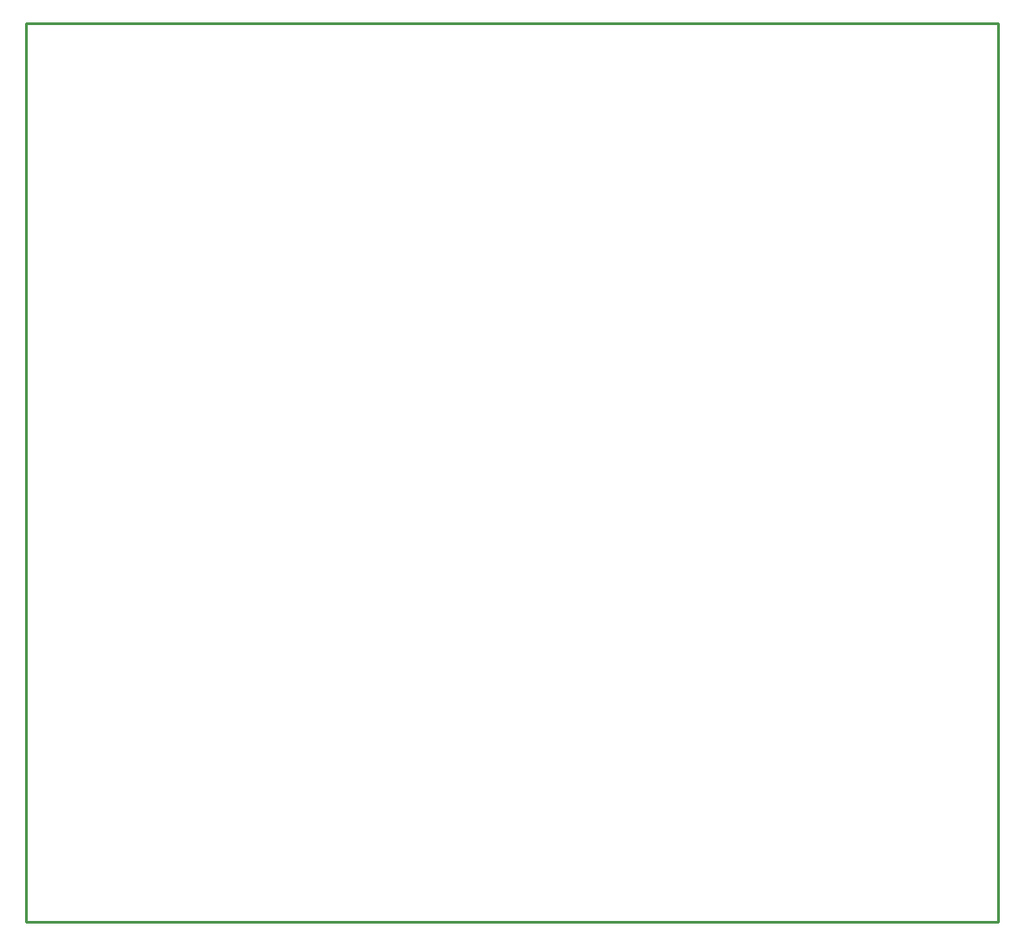
<source format=gm1>
%FSLAX25Y25*%
%MOIN*%
G70*
G01*
G75*
G04 Layer_Color=16711935*
%ADD10R,0.03543X0.02756*%
%ADD11R,0.02756X0.03543*%
%ADD12R,0.03150X0.03543*%
%ADD13R,0.01181X0.02559*%
%ADD14R,0.13780X0.08465*%
%ADD15R,0.05315X0.11024*%
%ADD16R,0.05906X0.13386*%
%ADD17R,0.03937X0.21654*%
%ADD18R,0.03347X0.01378*%
%ADD19R,0.02559X0.01181*%
%ADD20R,0.03543X0.03150*%
%ADD21C,0.03937*%
%ADD22R,0.13386X0.05906*%
%ADD23R,0.17716X0.03937*%
%ADD24R,0.12402X0.12402*%
%ADD25O,0.04134X0.00787*%
%ADD26O,0.00787X0.04134*%
%ADD27O,0.02362X0.08661*%
%ADD28R,0.21654X0.03937*%
%ADD29R,0.02756X0.13583*%
%ADD30R,0.25590X0.05709*%
%ADD31R,0.02362X0.04331*%
%ADD32R,0.01378X0.03543*%
%ADD33R,0.21850X0.21260*%
%ADD34R,0.03937X0.12008*%
%ADD35R,0.02362X0.03543*%
%ADD36R,0.03543X0.02362*%
%ADD37R,0.05118X0.07087*%
%ADD38R,0.07087X0.05118*%
%ADD39O,0.08661X0.02362*%
%ADD40R,0.04528X0.06890*%
%ADD41R,0.09055X0.12205*%
%ADD42R,0.00980X0.04331*%
%ADD43R,0.05000X0.11496*%
%ADD44R,0.11496X0.05000*%
%ADD45R,0.09449X0.06693*%
%ADD46O,0.01181X0.07087*%
%ADD47O,0.07087X0.01181*%
%ADD48R,0.15157X0.20276*%
%ADD49R,0.12205X0.07874*%
%ADD50R,0.03347X0.04134*%
%ADD51R,0.04134X0.03347*%
%ADD52R,0.03937X0.17716*%
%ADD53R,0.12598X0.03937*%
%ADD54R,0.01378X0.03347*%
%ADD55R,0.06890X0.04528*%
%ADD56C,0.00800*%
%ADD57C,0.01200*%
%ADD58C,0.00600*%
%ADD59C,0.02000*%
%ADD60C,0.01000*%
%ADD61C,0.02500*%
%ADD62C,0.01500*%
%ADD63R,0.10255X0.13405*%
%ADD64R,0.05906X0.05906*%
%ADD65C,0.05906*%
%ADD66C,0.23622*%
%ADD67C,0.06000*%
%ADD68C,0.02400*%
%ADD69C,0.04000*%
%ADD70C,0.05943*%
%ADD71C,0.05550*%
%ADD72C,0.03600*%
%ADD73C,0.14998*%
%ADD74C,0.00984*%
%ADD75C,0.02362*%
%ADD76C,0.01575*%
%ADD77C,0.00787*%
%ADD78R,0.06700X0.01600*%
%ADD79R,0.01600X0.06700*%
%ADD80R,0.12900X0.03400*%
%ADD81R,0.14400X0.11900*%
%ADD82R,0.04143X0.03356*%
%ADD83R,0.03356X0.04143*%
%ADD84R,0.03750X0.04143*%
%ADD85R,0.00630X0.02008*%
%ADD86R,0.14379X0.09065*%
%ADD87R,0.05915X0.11624*%
%ADD88R,0.05306X0.12786*%
%ADD89R,0.03337X0.21054*%
%ADD90R,0.02795X0.00827*%
%ADD91R,0.02008X0.00630*%
%ADD92R,0.04143X0.03750*%
%ADD93R,0.12786X0.05306*%
%ADD94R,0.17116X0.03337*%
%ADD95R,0.11402X0.11402*%
%ADD96O,0.03934X0.00587*%
%ADD97O,0.00587X0.03934*%
%ADD98O,0.02962X0.09261*%
%ADD99R,0.21054X0.03337*%
%ADD100R,0.02156X0.12983*%
%ADD101R,0.26191X0.06309*%
%ADD102R,0.02962X0.04931*%
%ADD103R,0.00827X0.02992*%
%ADD104R,0.22450X0.21860*%
%ADD105R,0.04537X0.12608*%
%ADD106R,0.02962X0.04143*%
%ADD107R,0.04143X0.02962*%
%ADD108R,0.04518X0.06487*%
%ADD109R,0.06487X0.04518*%
%ADD110O,0.08061X0.01762*%
%ADD111O,0.01762X0.08061*%
%ADD112R,0.05128X0.07490*%
%ADD113R,0.08455X0.11605*%
%ADD114R,0.00780X0.04131*%
%ADD115R,0.04400X0.10896*%
%ADD116R,0.10896X0.04400*%
%ADD117R,0.08849X0.06093*%
%ADD118O,0.01781X0.07687*%
%ADD119O,0.07687X0.01781*%
%ADD120R,0.15757X0.20876*%
%ADD121R,0.11605X0.07274*%
%ADD122R,0.03947X0.04734*%
%ADD123R,0.04734X0.03947*%
%ADD124R,0.03337X0.17116*%
%ADD125R,0.11998X0.03337*%
%ADD126R,0.00827X0.02795*%
%ADD127R,0.07490X0.05128*%
%ADD128R,0.01781X0.03159*%
%ADD129R,0.06506X0.13986*%
%ADD130R,0.04537X0.22253*%
%ADD131R,0.03947X0.01978*%
%ADD132R,0.03159X0.01781*%
%ADD133C,0.11811*%
%ADD134R,0.13986X0.06506*%
%ADD135R,0.18316X0.04537*%
%ADD136R,0.13002X0.13002*%
%ADD137O,0.04734X0.01387*%
%ADD138O,0.01387X0.04734*%
%ADD139R,0.22253X0.04537*%
%ADD140R,0.03356X0.14183*%
%ADD141R,0.01978X0.04143*%
%ADD142R,0.05718X0.07687*%
%ADD143R,0.07687X0.05718*%
%ADD144O,0.09261X0.02962*%
%ADD145R,0.09655X0.12805*%
%ADD146R,0.01580X0.04931*%
%ADD147R,0.05600X0.12096*%
%ADD148R,0.12096X0.05600*%
%ADD149R,0.10049X0.07293*%
%ADD150R,0.12805X0.08474*%
%ADD151R,0.04537X0.18316*%
%ADD152R,0.13198X0.04537*%
%ADD153R,0.01978X0.03947*%
%ADD154R,0.06506X0.06506*%
%ADD155C,0.06506*%
%ADD156C,0.24222*%
%ADD157C,0.06600*%
%ADD158C,0.03000*%
%ADD159R,0.05900X0.18500*%
%ADD160R,0.05900X0.32600*%
%ADD161R,0.14500X0.18600*%
%ADD162R,0.14500X0.18000*%
%ADD163R,0.14500X0.18200*%
%ADD164R,0.23700X0.05000*%
%ADD165R,0.23700X0.06100*%
%ADD166R,0.23700X0.06600*%
%ADD167R,0.23700X0.06200*%
%ADD168R,0.23700X0.06900*%
%ADD169R,0.44700X1.87200*%
%ADD170R,0.20600X0.13100*%
%ADD171R,0.12900X0.20400*%
%ADD172R,0.12900X0.36900*%
%ADD173R,0.05700X0.07300*%
%ADD174R,0.12800X0.20400*%
%ADD175R,0.05900X0.07300*%
%ADD176R,0.21400X0.03200*%
%ADD177R,0.52100X0.18900*%
%ADD178R,0.52600X0.23500*%
%ADD179R,0.13100X0.20400*%
D60*
X-0Y-0D02*
Y334646D01*
X362204D01*
Y-0D02*
Y334646D01*
X-0Y-0D02*
X362204D01*
M02*

</source>
